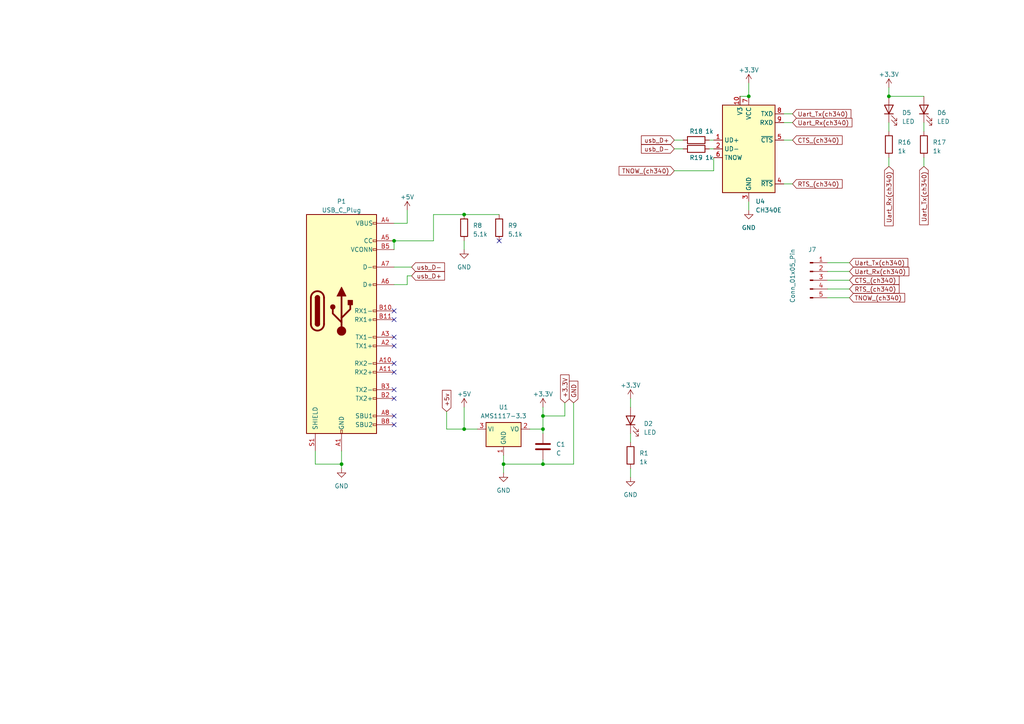
<source format=kicad_sch>
(kicad_sch (version 20250114) (generator "eeschema") (generator_version "9.0")
  (paper "A4")
  (lib_symbols
    (symbol "Connector:Conn_01x05_Pin" (pin_names (offset 1.016) (hide yes))
      (property "Reference" "J" (at 0 7.62 0))
      (property "Value" "Conn_01x05_Pin" (at 0 -7.62 0))
      (symbol "Conn_01x05_Pin_1_1"
        (rectangle (start 0.8636 5.207) (end 0 4.953) (stroke (width 0.1524)) (fill (type outline)))
        (rectangle (start 0.8636 2.667) (end 0 2.413) (stroke (width 0.1524)) (fill (type outline)))
        (rectangle (start 0.8636 0.127) (end 0 -0.127) (stroke (width 0.1524)) (fill (type outline)))
        (rectangle (start 0.8636 -2.413) (end 0 -2.667) (stroke (width 0.1524)) (fill (type outline)))
        (rectangle (start 0.8636 -4.953) (end 0 -5.207) (stroke (width 0.1524)) (fill (type outline)))
        (polyline (pts (xy 1.27 5.08) (xy 0.8636 5.08)) (stroke (width 0.1524)))
        (polyline (pts (xy 1.27 2.54) (xy 0.8636 2.54)) (stroke (width 0.1524)))
        (polyline (pts (xy 1.27 0) (xy 0.8636 0)) (stroke (width 0.1524)))
        (polyline (pts (xy 1.27 -2.54) (xy 0.8636 -2.54)) (stroke (width 0.1524)))
        (polyline (pts (xy 1.27 -5.08) (xy 0.8636 -5.08)) (stroke (width 0.1524)))
        (pin passive line (at 5.08 5.08 180) (length 3.81) (name "Pin_1") (number "1"))
        (pin passive line (at 5.08 2.54 180) (length 3.81) (name "Pin_2") (number "2"))
        (pin passive line (at 5.08 0 180) (length 3.81) (name "Pin_3") (number "3"))
        (pin passive line (at 5.08 -2.54 180) (length 3.81) (name "Pin_4") (number "4"))
        (pin passive line (at 5.08 -5.08 180) (length 3.81) (name "Pin_5") (number "5"))
      )
    )
    (symbol "Connector:USB_C_Plug" (pin_names (offset 1.016))
      (property "Reference" "P" (at -10.16 29.21 0))
      (property "Value" "USB_C_Plug" (at 10.16 29.21 0))
      (symbol "USB_C_Plug_0_0"
        (rectangle (start -0.254 -35.56) (end 0.254 -34.544))
        (rectangle (start 10.16 25.654) (end 9.144 25.146))
        (rectangle (start 10.16 20.574) (end 9.144 20.066))
        (rectangle (start 10.16 18.034) (end 9.144 17.526))
        (rectangle (start 10.16 12.954) (end 9.144 12.446))
        (rectangle (start 10.16 7.874) (end 9.144 7.366))
        (rectangle (start 10.16 0.254) (end 9.144 -0.254))
        (rectangle (start 10.16 -2.286) (end 9.144 -2.794))
        (rectangle (start 10.16 -7.366) (end 9.144 -7.874))
        (rectangle (start 10.16 -9.906) (end 9.144 -10.414))
        (rectangle (start 10.16 -14.986) (end 9.144 -15.494))
        (rectangle (start 10.16 -17.526) (end 9.144 -18.034))
        (rectangle (start 10.16 -22.606) (end 9.144 -23.114))
        (rectangle (start 10.16 -25.146) (end 9.144 -25.654))
        (rectangle (start 10.16 -30.226) (end 9.144 -30.734))
        (rectangle (start 10.16 -32.766) (end 9.144 -33.274))
      )
      (symbol "USB_C_Plug_0_1"
        (rectangle (start -10.16 27.94) (end 10.16 -35.56) (stroke (width 0.254)) (fill (type background)))
        (polyline (pts (xy -8.89 -3.81) (xy -8.89 3.81)) (stroke (width 0.508)))
        (rectangle (start -7.62 -3.81) (end -6.35 3.81) (stroke (width 0.254)) (fill (type outline)))
        (arc (start -7.62 3.81) (mid -6.985 4.4423) (end -6.35 3.81) (stroke (width 0.254)))
        (arc (start -7.62 3.81) (mid -6.985 4.4423) (end -6.35 3.81) (stroke (width 0.254)) (fill (type outline)))
        (arc (start -8.89 3.81) (mid -6.985 5.7067) (end -5.08 3.81) (stroke (width 0.508)))
        (arc (start -5.08 -3.81) (mid -6.985 -5.7067) (end -8.89 -3.81) (stroke (width 0.508)))
        (arc (start -6.35 -3.81) (mid -6.985 -4.4423) (end -7.62 -3.81) (stroke (width 0.254)))
        (arc (start -6.35 -3.81) (mid -6.985 -4.4423) (end -7.62 -3.81) (stroke (width 0.254)) (fill (type outline)))
        (polyline (pts (xy -5.08 3.81) (xy -5.08 -3.81)) (stroke (width 0.508)))
      )
      (symbol "USB_C_Plug_1_1"
        (circle (center -2.54 1.143) (radius 0.635) (stroke (width 0.254)) (fill (type outline)))
        (polyline (pts (xy -1.27 4.318) (xy 0 6.858) (xy 1.27 4.318) (xy -1.27 4.318)) (stroke (width 0.254)) (fill (type outline)))
        (polyline (pts (xy 0 -2.032) (xy 2.54 0.508) (xy 2.54 1.778)) (stroke (width 0.508)))
        (polyline (pts (xy 0 -3.302) (xy -2.54 -0.762) (xy -2.54 0.508)) (stroke (width 0.508)))
        (polyline (pts (xy 0 -5.842) (xy 0 4.318)) (stroke (width 0.508)))
        (circle (center 0 -5.842) (radius 1.27) (fill (type outline)))
        (rectangle (start 1.905 1.778) (end 3.175 3.048) (stroke (width 0.254)) (fill (type outline)))
        (pin passive line (at -7.62 -40.64 90) (length 5.08) (name "SHIELD") (number "S1"))
        (pin passive line (at 0 -40.64 90) (length 5.08) (name "GND") (number "A1"))
        (pin passive line (at 0 -40.64 90) (length 5.08) (hide yes) (name "GND") (number "A12"))
        (pin passive line (at 0 -40.64 90) (length 5.08) (hide yes) (name "GND") (number "B1"))
        (pin passive line (at 0 -40.64 90) (length 5.08) (hide yes) (name "GND") (number "B12"))
        (pin passive line (at 15.24 25.4 180) (length 5.08) (name "VBUS") (number "A4"))
        (pin passive line (at 15.24 25.4 180) (length 5.08) (hide yes) (name "VBUS") (number "A9"))
        (pin passive line (at 15.24 25.4 180) (length 5.08) (hide yes) (name "VBUS") (number "B4"))
        (pin passive line (at 15.24 25.4 180) (length 5.08) (hide yes) (name "VBUS") (number "B9"))
        (pin bidirectional line (at 15.24 20.32 180) (length 5.08) (name "CC") (number "A5"))
        (pin bidirectional line (at 15.24 17.78 180) (length 5.08) (name "VCONN") (number "B5"))
        (pin bidirectional line (at 15.24 12.7 180) (length 5.08) (name "D-") (number "A7"))
        (pin bidirectional line (at 15.24 7.62 180) (length 5.08) (name "D+") (number "A6"))
        (pin bidirectional line (at 15.24 0 180) (length 5.08) (name "RX1-") (number "B10"))
        (pin bidirectional line (at 15.24 -2.54 180) (length 5.08) (name "RX1+") (number "B11"))
        (pin bidirectional line (at 15.24 -7.62 180) (length 5.08) (name "TX1-") (number "A3"))
        (pin bidirectional line (at 15.24 -10.16 180) (length 5.08) (name "TX1+") (number "A2"))
        (pin bidirectional line (at 15.24 -15.24 180) (length 5.08) (name "RX2-") (number "A10"))
        (pin bidirectional line (at 15.24 -17.78 180) (length 5.08) (name "RX2+") (number "A11"))
        (pin bidirectional line (at 15.24 -22.86 180) (length 5.08) (name "TX2-") (number "B3"))
        (pin bidirectional line (at 15.24 -25.4 180) (length 5.08) (name "TX2+") (number "B2"))
        (pin bidirectional line (at 15.24 -30.48 180) (length 5.08) (name "SBU1") (number "A8"))
        (pin bidirectional line (at 15.24 -33.02 180) (length 5.08) (name "SBU2") (number "B8"))
      )
    )
    (symbol "Device:C" (pin_numbers (hide yes)) (pin_names (offset 0.254))
      (property "Reference" "C" (at 0.635 2.54 0))
      (property "Value" "C" (at 0.635 -2.54 0))
      (symbol "C_0_1"
        (polyline (pts (xy -2.032 0.762) (xy 2.032 0.762)) (stroke (width 0.508)))
        (polyline (pts (xy -2.032 -0.762) (xy 2.032 -0.762)) (stroke (width 0.508)))
      )
      (symbol "C_1_1"
        (pin passive line (at 0 3.81 270) (length 2.794) (name "~") (number "1"))
        (pin passive line (at 0 -3.81 90) (length 2.794) (name "~") (number "2"))
      )
    )
    (symbol "Device:LED" (pin_numbers (hide yes)) (pin_names (offset 1.016) (hide yes))
      (property "Reference" "D" (at 0 2.54 0))
      (property "Value" "LED" (at 0 -2.54 0))
      (symbol "LED_0_1"
        (polyline (pts (xy -3.048 -0.762) (xy -4.572 -2.286) (xy -3.81 -2.286) (xy -4.572 -2.286) (xy -4.572 -1.524)))
        (polyline (pts (xy -1.778 -0.762) (xy -3.302 -2.286) (xy -2.54 -2.286) (xy -3.302 -2.286) (xy -3.302 -1.524)))
        (polyline (pts (xy -1.27 0) (xy 1.27 0)))
        (polyline (pts (xy -1.27 -1.27) (xy -1.27 1.27)) (stroke (width 0.254)))
        (polyline (pts (xy 1.27 -1.27) (xy 1.27 1.27) (xy -1.27 0) (xy 1.27 -1.27)) (stroke (width 0.254)))
      )
      (symbol "LED_1_1"
        (pin passive line (at -3.81 0 0) (length 2.54) (name "K") (number "1"))
        (pin passive line (at 3.81 0 180) (length 2.54) (name "A") (number "2"))
      )
    )
    (symbol "Device:R" (pin_numbers (hide yes)) (pin_names (offset 0))
      (property "Reference" "R" (at 2.032 0 90))
      (property "Value" "R" (at 0 0 90))
      (symbol "R_0_1"
        (rectangle (start -1.016 -2.54) (end 1.016 2.54) (stroke (width 0.254)))
      )
      (symbol "R_1_1"
        (pin passive line (at 0 3.81 270) (length 1.27) (name "~") (number "1"))
        (pin passive line (at 0 -3.81 90) (length 1.27) (name "~") (number "2"))
      )
    )
    (symbol "Interface_USB:CH340E"
      (property "Reference" "U" (at -5.08 13.97 0))
      (property "Value" "CH340E" (at 1.27 13.97 0))
      (symbol "CH340E_0_1"
        (rectangle (start -7.62 12.7) (end 7.62 -12.7) (stroke (width 0.254)) (fill (type background)))
      )
      (symbol "CH340E_1_1"
        (pin bidirectional line (at -10.16 2.54 0) (length 2.54) (name "UD+") (number "1"))
        (pin bidirectional line (at -10.16 0 0) (length 2.54) (name "UD-") (number "2"))
        (pin output line (at -10.16 -2.54 0) (length 2.54) (name "TNOW") (number "6"))
        (pin passive line (at -2.54 15.24 270) (length 2.54) (name "V3") (number "10"))
        (pin power_in line (at 0 15.24 270) (length 2.54) (name "VCC") (number "7"))
        (pin power_in line (at 0 -15.24 90) (length 2.54) (name "GND") (number "3"))
        (pin output line (at 10.16 10.16 180) (length 2.54) (name "TXD") (number "8"))
        (pin input line (at 10.16 7.62 180) (length 2.54) (name "RXD") (number "9"))
        (pin input line (at 10.16 2.54 180) (length 2.54) (name "~{CTS}") (number "5"))
        (pin output line (at 10.16 -10.16 180) (length 2.54) (name "~{RTS}") (number "4"))
      )
    )
    (symbol "Regulator_Linear:AMS1117-3.3"
      (property "Reference" "U" (at -3.81 3.175 0))
      (property "Value" "AMS1117-3.3" (at 0 3.175 0))
      (symbol "AMS1117-3.3_0_1"
        (rectangle (start -5.08 -5.08) (end 5.08 1.905) (stroke (width 0.254)) (fill (type background)))
      )
      (symbol "AMS1117-3.3_1_1"
        (pin power_in line (at -7.62 0 0) (length 2.54) (name "VI") (number "3"))
        (pin power_in line (at 0 -7.62 90) (length 2.54) (name "GND") (number "1"))
        (pin power_out line (at 7.62 0 180) (length 2.54) (name "VO") (number "2"))
      )
    )
    (symbol "power:+3.3V" (power) (pin_names (offset 0))
      (property "Value" "+3.3V" (at 0 3.556 0))
      (symbol "+3.3V_0_1"
        (polyline (pts (xy -0.762 1.27) (xy 0 2.54)))
        (polyline (pts (xy 0 2.54) (xy 0.762 1.27)))
        (polyline (pts (xy 0 0) (xy 0 2.54)))
      )
      (symbol "+3.3V_1_1"
        (pin power_in line (at 0 0 90) (length 0) (hide yes) (name "+3.3V") (number "1"))
      )
    )
    (symbol "power:+5V" (power) (pin_names (offset 0))
      (property "Value" "+5V" (at 0 3.556 0))
      (symbol "+5V_0_1"
        (polyline (pts (xy -0.762 1.27) (xy 0 2.54)))
        (polyline (pts (xy 0 2.54) (xy 0.762 1.27)))
        (polyline (pts (xy 0 0) (xy 0 2.54)))
      )
      (symbol "+5V_1_1"
        (pin power_in line (at 0 0 90) (length 0) (hide yes) (name "+5V") (number "1"))
      )
    )
    (symbol "power:GND" (power) (pin_names (offset 0))
      (property "Value" "GND" (at 0 -3.81 0))
      (symbol "GND_0_1"
        (polyline (pts (xy 0 0) (xy 0 -1.27) (xy 1.27 -1.27) (xy 0 -2.54) (xy -1.27 -1.27) (xy 0 -1.27)))
      )
      (symbol "GND_1_1"
        (pin power_in line (at 0 0 270) (length 0) (hide yes) (name "GND") (number "1"))
      )
    )
  )
  (junction (at 157.48 120.65))
  (junction (at 257.81 27.94))
  (junction (at 99.06 134.62))
  (junction (at 134.62 62.23))
  (junction (at 157.48 124.46))
  (junction (at 217.17 27.94))
  (junction (at 114.3 69.85))
  (junction (at 157.48 134.62))
  (junction (at 134.62 124.46))
  (junction (at 146.05 134.62))
  (no_connect (at 114.3 107.95))
  (no_connect (at 114.3 105.41))
  (no_connect (at 144.78 69.85))
  (no_connect (at 114.3 123.19))
  (no_connect (at 114.3 90.17))
  (no_connect (at 114.3 92.71))
  (no_connect (at 114.3 113.03))
  (no_connect (at 114.3 115.57))
  (no_connect (at 114.3 120.65))
  (no_connect (at 114.3 97.79))
  (no_connect (at 114.3 100.33))
  (wire (pts (xy 240.03 76.2) (xy 246.38 76.2)))
  (wire (pts (xy 257.81 25.4) (xy 257.81 27.94)))
  (wire (pts (xy 182.88 135.89) (xy 182.88 138.43)))
  (wire (pts (xy 134.62 69.85) (xy 134.62 72.39)))
  (wire (pts (xy 153.67 124.46) (xy 157.48 124.46)))
  (wire (pts (xy 257.81 27.94) (xy 267.97 27.94)))
  (wire (pts (xy 195.58 40.64) (xy 198.12 40.64)))
  (wire (pts (xy 166.37 134.62) (xy 166.37 116.84)))
  (wire (pts (xy 118.11 80.01) (xy 118.11 82.55)))
  (wire (pts (xy 163.83 116.84) (xy 163.83 120.65)))
  (wire (pts (xy 257.81 35.56) (xy 257.81 38.1)))
  (wire (pts (xy 134.62 62.23) (xy 144.78 62.23)))
  (wire (pts (xy 240.03 78.74) (xy 246.38 78.74)))
  (wire (pts (xy 217.17 24.13) (xy 217.17 27.94)))
  (wire (pts (xy 114.3 69.85) (xy 114.3 72.39)))
  (wire (pts (xy 227.33 40.64) (xy 229.87 40.64)))
  (wire (pts (xy 157.48 124.46) (xy 157.48 125.73)))
  (wire (pts (xy 99.06 130.81) (xy 99.06 134.62)))
  (wire (pts (xy 257.81 45.72) (xy 257.81 48.26)))
  (wire (pts (xy 118.11 64.77) (xy 118.11 60.96)))
  (wire (pts (xy 146.05 132.08) (xy 146.05 134.62)))
  (wire (pts (xy 114.3 69.85) (xy 125.73 69.85)))
  (wire (pts (xy 129.54 119.38) (xy 129.54 124.46)))
  (wire (pts (xy 267.97 45.72) (xy 267.97 48.26)))
  (wire (pts (xy 146.05 134.62) (xy 157.48 134.62)))
  (wire (pts (xy 217.17 58.42) (xy 217.17 60.96)))
  (wire (pts (xy 205.74 40.64) (xy 207.01 40.64)))
  (wire (pts (xy 91.44 134.62) (xy 99.06 134.62)))
  (wire (pts (xy 240.03 83.82) (xy 246.38 83.82)))
  (wire (pts (xy 227.33 35.56) (xy 229.87 35.56)))
  (wire (pts (xy 240.03 86.36) (xy 246.38 86.36)))
  (wire (pts (xy 157.48 133.35) (xy 157.48 134.62)))
  (wire (pts (xy 227.33 53.34) (xy 229.87 53.34)))
  (wire (pts (xy 125.73 69.85) (xy 125.73 62.23)))
  (wire (pts (xy 182.88 125.73) (xy 182.88 128.27)))
  (wire (pts (xy 195.58 43.18) (xy 198.12 43.18)))
  (wire (pts (xy 118.11 80.01) (xy 119.38 80.01)))
  (wire (pts (xy 205.74 43.18) (xy 207.01 43.18)))
  (wire (pts (xy 163.83 120.65) (xy 157.48 120.65)))
  (wire (pts (xy 91.44 130.81) (xy 91.44 134.62)))
  (wire (pts (xy 99.06 134.62) (xy 99.06 135.89)))
  (wire (pts (xy 114.3 64.77) (xy 118.11 64.77)))
  (wire (pts (xy 207.01 49.53) (xy 207.01 45.72)))
  (wire (pts (xy 157.48 120.65) (xy 157.48 118.11)))
  (wire (pts (xy 182.88 115.57) (xy 182.88 118.11)))
  (wire (pts (xy 214.63 27.94) (xy 217.17 27.94)))
  (wire (pts (xy 195.58 49.53) (xy 207.01 49.53)))
  (wire (pts (xy 157.48 134.62) (xy 166.37 134.62)))
  (wire (pts (xy 267.97 35.56) (xy 267.97 38.1)))
  (wire (pts (xy 134.62 124.46) (xy 134.62 118.11)))
  (wire (pts (xy 227.33 33.02) (xy 229.87 33.02)))
  (wire (pts (xy 125.73 62.23) (xy 134.62 62.23)))
  (wire (pts (xy 118.11 82.55) (xy 114.3 82.55)))
  (wire (pts (xy 129.54 124.46) (xy 134.62 124.46)))
  (wire (pts (xy 114.3 77.47) (xy 119.38 77.47)))
  (wire (pts (xy 146.05 134.62) (xy 146.05 137.16)))
  (wire (pts (xy 240.03 81.28) (xy 246.38 81.28)))
  (wire (pts (xy 157.48 124.46) (xy 157.48 120.65)))
  (wire (pts (xy 138.43 124.46) (xy 134.62 124.46)))
  (global_label "usb_D+" (shape input) (at 195.58 40.64 180) (property "Intersheetrefs" "${INTERSHEET_REFS}" (effects (hide yes))))
  (global_label "Uart_Tx(ch340)" (shape input) (at 229.87 33.02 0) (property "Intersheetrefs" "${INTERSHEET_REFS}" (effects (hide yes))))
  (global_label "RTS_(ch340)" (shape input) (at 229.87 53.34 0) (property "Intersheetrefs" "${INTERSHEET_REFS}" (effects (hide yes))))
  (global_label "RTS_(ch340)" (shape input) (at 246.38 83.82 0) (property "Intersheetrefs" "${INTERSHEET_REFS}" (effects (hide yes))))
  (global_label "Uart_Rx(ch340)" (shape input) (at 246.38 78.74 0) (property "Intersheetrefs" "${INTERSHEET_REFS}" (effects (hide yes))))
  (global_label "Uart_Tx(ch340)" (shape input) (at 267.97 48.26 270) (property "Intersheetrefs" "${INTERSHEET_REFS}" (effects (hide yes))))
  (global_label "CTS_(ch340)" (shape input) (at 229.87 40.64 0) (property "Intersheetrefs" "${INTERSHEET_REFS}" (effects (hide yes))))
  (global_label "TNOW_(ch340)" (shape input) (at 246.38 86.36 0) (property "Intersheetrefs" "${INTERSHEET_REFS}" (effects (hide yes))))
  (global_label "CTS_(ch340)" (shape input) (at 246.38 81.28 0) (property "Intersheetrefs" "${INTERSHEET_REFS}" (effects (hide yes))))
  (global_label "+5v" (shape input) (at 129.54 119.38 90) (property "Intersheetrefs" "${INTERSHEET_REFS}" (effects (hide yes))))
  (global_label "Uart_Rx(ch340)" (shape input) (at 229.87 35.56 0) (property "Intersheetrefs" "${INTERSHEET_REFS}" (effects (hide yes))))
  (global_label "GND" (shape input) (at 166.37 116.84 90) (property "Intersheetrefs" "${INTERSHEET_REFS}" (effects (hide yes))))
  (global_label "usb_D-" (shape input) (at 119.38 77.47 0) (property "Intersheetrefs" "${INTERSHEET_REFS}" (effects (hide yes))))
  (global_label "usb_D-" (shape input) (at 195.58 43.18 180) (property "Intersheetrefs" "${INTERSHEET_REFS}" (effects (hide yes))))
  (global_label "Uart_Tx(ch340)" (shape input) (at 246.38 76.2 0) (property "Intersheetrefs" "${INTERSHEET_REFS}" (effects (hide yes))))
  (global_label "usb_D+" (shape input) (at 119.38 80.01 0) (property "Intersheetrefs" "${INTERSHEET_REFS}" (effects (hide yes))))
  (global_label "Uart_Rx(ch340)" (shape input) (at 257.81 48.26 270) (property "Intersheetrefs" "${INTERSHEET_REFS}" (effects (hide yes))))
  (global_label "TNOW_(ch340)" (shape input) (at 195.58 49.53 180) (property "Intersheetrefs" "${INTERSHEET_REFS}" (effects (hide yes))))
  (global_label "+3.3V" (shape input) (at 163.83 116.84 90) (property "Intersheetrefs" "${INTERSHEET_REFS}" (effects (hide yes))))
  (symbol (lib_id "Device:LED") (at 182.88 121.92 90) (unit 1)
    (property "Reference" "D2" (at 186.69 122.8725 90) (effects (justify right)))
    (property "Value" "LED" (at 186.69 125.4125 90) (effects (justify right)))
    (property "Footprint" "LED_SMD:LED_0805_2012Metric" (effects (hide yes)))
  )
  (symbol (lib_id "Device:R") (at 201.93 43.18 90) (unit 1)
    (property "Reference" "R19" (at 201.93 45.72 90))
    (property "Value" "1k" (at 205.74 45.72 90))
    (property "Footprint" "Resistor_SMD:R_0805_2012Metric" (effects (hide yes)))
  )
  (symbol (lib_id "Connector:Conn_01x05_Pin") (at 234.95 81.28 0) (unit 1)
    (property "Reference" "J7" (at 235.585 72.39 0))
    (property "Value" "Conn_01x05_Pin" (at 229.87 80.01 90))
    (property "Footprint" "Connector_PinHeader_2.54mm:PinHeader_1x05_P2.54mm_Vertical" (effects (hide yes)))
  )
  (symbol (lib_id "power:+3.3V") (at 182.88 115.57 0) (unit 1)
    (property "Reference" "#PWR09" (effects (hide yes)))
    (property "Value" "+3.3V" (at 182.88 111.76 0))
  )
  (symbol (lib_id "power:GND") (at 217.17 60.96 0) (unit 1)
    (property "Reference" "#PWR045" (effects (hide yes)))
    (property "Value" "GND" (at 217.17 66.04 0))
  )
  (symbol (lib_id "Device:R") (at 257.81 41.91 0) (unit 1)
    (property "Reference" "R16" (at 260.35 41.275 0) (effects (justify left)))
    (property "Value" "1k" (at 260.35 43.815 0) (effects (justify left)))
    (property "Footprint" "Resistor_SMD:R_0805_2012Metric" (effects (hide yes)))
  )
  (symbol (lib_id "power:GND") (at 134.62 72.39 0) (unit 1)
    (property "Reference" "#PWR037" (effects (hide yes)))
    (property "Value" "GND" (at 134.62 77.47 0))
  )
  (symbol (lib_id "Connector:USB_C_Plug") (at 99.06 90.17 0) (unit 1)
    (property "Reference" "P1" (at 99.06 58.42 0))
    (property "Value" "USB_C_Plug" (at 99.06 60.96 0))
    (property "Footprint" "Connector_USB:USB_C_Receptacle_G-Switch_GT-USB-7010ASV" (effects (hide yes)))
    (property "Datasheet" "https://www.usb.org/sites/default/files/documents/usb_type-c.zip" (effects (hide yes)))
  )
  (symbol (lib_id "power:+5V") (at 134.62 118.11 0) (unit 1)
    (property "Reference" "#PWR06" (effects (hide yes)))
    (property "Value" "+5V" (at 134.62 114.3 0))
  )
  (symbol (lib_id "Device:LED") (at 267.97 31.75 90) (unit 1)
    (property "Reference" "D6" (at 271.78 32.7025 90) (effects (justify right)))
    (property "Value" "LED" (at 271.78 35.2425 90) (effects (justify right)))
    (property "Footprint" "LED_SMD:LED_0805_2012Metric" (effects (hide yes)))
  )
  (symbol (lib_id "Interface_USB:CH340E") (at 217.17 43.18 0) (unit 1)
    (property "Reference" "U4" (at 219.1259 58.42 0) (effects (justify left)))
    (property "Value" "CH340E" (at 219.1259 60.96 0) (effects (justify left)))
    (property "Footprint" "Package_SO:MSOP-10_3x3mm_P0.5mm" (effects (hide yes)))
    (property "Datasheet" "https://www.mpja.com/download/35227cpdata.pdf" (effects (hide yes)))
  )
  (symbol (lib_id "Device:C") (at 157.48 129.54 0) (unit 1)
    (property "Reference" "C1" (at 161.29 128.905 0) (effects (justify left)))
    (property "Value" "C" (at 161.29 131.445 0) (effects (justify left)))
    (property "Footprint" "Capacitor_Tantalum_SMD:CP_EIA-3528-12_Kemet-T" (effects (hide yes)))
  )
  (symbol (lib_id "power:+3.3V") (at 157.48 118.11 0) (unit 1)
    (property "Reference" "#PWR07" (effects (hide yes)))
    (property "Value" "+3.3V" (at 157.48 114.3 0))
  )
  (symbol (lib_id "Device:R") (at 182.88 132.08 0) (unit 1)
    (property "Reference" "R1" (at 185.42 131.445 0) (effects (justify left)))
    (property "Value" "1k" (at 185.42 133.985 0) (effects (justify left)))
    (property "Footprint" "Resistor_SMD:R_0805_2012Metric" (effects (hide yes)))
  )
  (symbol (lib_id "Device:R") (at 144.78 66.04 0) (unit 1)
    (property "Reference" "R9" (at 147.32 65.405 0) (effects (justify left)))
    (property "Value" "5.1k" (at 147.32 67.945 0) (effects (justify left)))
    (property "Footprint" "Resistor_SMD:R_0805_2012Metric" (effects (hide yes)))
  )
  (symbol (lib_id "power:+3.3V") (at 257.81 25.4 0) (unit 1)
    (property "Reference" "#PWR043" (effects (hide yes)))
    (property "Value" "+3.3V" (at 257.81 21.59 0))
  )
  (symbol (lib_id "Device:R") (at 201.93 40.64 90) (unit 1)
    (property "Reference" "R18" (at 201.93 38.1 90))
    (property "Value" "1k" (at 205.74 38.1 90))
    (property "Footprint" "Resistor_SMD:R_0805_2012Metric" (effects (hide yes)))
  )
  (symbol (lib_id "power:GND") (at 99.06 135.89 0) (unit 1)
    (property "Reference" "#PWR01" (effects (hide yes)))
    (property "Value" "GND" (at 99.06 140.97 0))
  )
  (symbol (lib_id "power:+3.3V") (at 217.17 24.13 0) (unit 1)
    (property "Reference" "#PWR044" (effects (hide yes)))
    (property "Value" "+3.3V" (at 217.17 20.32 0))
  )
  (symbol (lib_id "power:GND") (at 146.05 137.16 0) (unit 1)
    (property "Reference" "#PWR05" (effects (hide yes)))
    (property "Value" "GND" (at 146.05 142.24 0))
  )
  (symbol (lib_id "Device:LED") (at 257.81 31.75 90) (unit 1)
    (property "Reference" "D5" (at 261.62 32.7025 90) (effects (justify right)))
    (property "Value" "LED" (at 261.62 35.2425 90) (effects (justify right)))
    (property "Footprint" "LED_SMD:LED_0805_2012Metric" (effects (hide yes)))
  )
  (symbol (lib_id "Device:R") (at 267.97 41.91 0) (unit 1)
    (property "Reference" "R17" (at 270.51 41.275 0) (effects (justify left)))
    (property "Value" "1k" (at 270.51 43.815 0) (effects (justify left)))
    (property "Footprint" "Resistor_SMD:R_0805_2012Metric" (effects (hide yes)))
  )
  (symbol (lib_id "power:GND") (at 182.88 138.43 0) (unit 1)
    (property "Reference" "#PWR08" (effects (hide yes)))
    (property "Value" "GND" (at 182.88 143.51 0))
  )
  (symbol (lib_id "Device:R") (at 134.62 66.04 0) (unit 1)
    (property "Reference" "R8" (at 137.16 65.405 0) (effects (justify left)))
    (property "Value" "5.1k" (at 137.16 67.945 0) (effects (justify left)))
    (property "Footprint" "Resistor_SMD:R_0805_2012Metric" (effects (hide yes)))
  )
  (symbol (lib_id "power:+5V") (at 118.11 60.96 0) (unit 1)
    (property "Reference" "#PWR02" (effects (hide yes)))
    (property "Value" "+5V" (at 118.11 57.15 0))
  )
  (symbol (lib_id "Regulator_Linear:AMS1117-3.3") (at 146.05 124.46 0) (unit 1)
    (property "Reference" "U1" (at 146.05 118.11 0))
    (property "Value" "AMS1117-3.3" (at 146.05 120.65 0))
    (property "Footprint" "Package_TO_SOT_SMD:SOT-223-3_TabPin2" (effects (hide yes)))
    (property "Datasheet" "http://www.advanced-monolithic.com/pdf/ds1117.pdf" (effects (hide yes)))
  )
)
</source>
